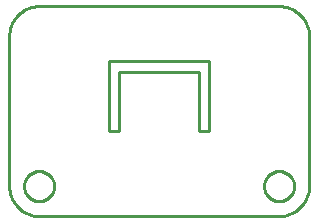
<source format=gbr>
G04 EAGLE Gerber RS-274X export*
G75*
%MOMM*%
%FSLAX34Y34*%
%LPD*%
%IN*%
%IPPOS*%
%AMOC8*
5,1,8,0,0,1.08239X$1,22.5*%
G01*
%ADD10C,0.254000*%


D10*
X0Y25400D02*
X97Y23186D01*
X386Y20989D01*
X865Y18826D01*
X1532Y16713D01*
X2380Y14666D01*
X3403Y12700D01*
X4594Y10831D01*
X5942Y9073D01*
X7440Y7440D01*
X9073Y5942D01*
X10831Y4594D01*
X12700Y3403D01*
X14666Y2380D01*
X16713Y1532D01*
X18826Y865D01*
X20989Y386D01*
X23186Y97D01*
X25400Y0D01*
X228600Y0D01*
X230814Y97D01*
X233011Y386D01*
X235174Y865D01*
X237287Y1532D01*
X239335Y2380D01*
X241300Y3403D01*
X243169Y4594D01*
X244927Y5942D01*
X246561Y7440D01*
X248058Y9073D01*
X249406Y10831D01*
X250597Y12700D01*
X251620Y14666D01*
X252468Y16713D01*
X253135Y18826D01*
X253614Y20989D01*
X253903Y23186D01*
X254000Y25400D01*
X254000Y152400D01*
X253903Y154614D01*
X253614Y156811D01*
X253135Y158974D01*
X252468Y161087D01*
X251620Y163135D01*
X250597Y165100D01*
X249406Y166969D01*
X248058Y168727D01*
X246561Y170361D01*
X244927Y171858D01*
X243169Y173206D01*
X241300Y174397D01*
X239335Y175420D01*
X237287Y176268D01*
X235174Y176935D01*
X233011Y177414D01*
X230814Y177703D01*
X228600Y177800D01*
X25400Y177800D01*
X23186Y177703D01*
X20989Y177414D01*
X18826Y176935D01*
X16713Y176268D01*
X14666Y175420D01*
X12700Y174397D01*
X10831Y173206D01*
X9073Y171858D01*
X7440Y170361D01*
X5942Y168727D01*
X4594Y166969D01*
X3403Y165100D01*
X2380Y163135D01*
X1532Y161087D01*
X865Y158974D01*
X386Y156811D01*
X97Y154614D01*
X0Y152400D01*
X0Y25400D01*
X84455Y71755D02*
X93345Y71755D01*
X93345Y121920D01*
X160655Y121920D01*
X160655Y71755D01*
X169545Y71755D01*
X169545Y131445D01*
X84455Y131445D01*
X84455Y71755D01*
X38100Y24901D02*
X38022Y23906D01*
X37866Y22920D01*
X37633Y21950D01*
X37324Y21001D01*
X36942Y20079D01*
X36489Y19190D01*
X35968Y18339D01*
X35381Y17531D01*
X34733Y16773D01*
X34027Y16067D01*
X33269Y15419D01*
X32461Y14832D01*
X31610Y14311D01*
X30721Y13858D01*
X29799Y13476D01*
X28850Y13167D01*
X27880Y12934D01*
X26894Y12778D01*
X25899Y12700D01*
X24901Y12700D01*
X23906Y12778D01*
X22920Y12934D01*
X21950Y13167D01*
X21001Y13476D01*
X20079Y13858D01*
X19190Y14311D01*
X18339Y14832D01*
X17531Y15419D01*
X16773Y16067D01*
X16067Y16773D01*
X15419Y17531D01*
X14832Y18339D01*
X14311Y19190D01*
X13858Y20079D01*
X13476Y21001D01*
X13167Y21950D01*
X12934Y22920D01*
X12778Y23906D01*
X12700Y24901D01*
X12700Y25899D01*
X12778Y26894D01*
X12934Y27880D01*
X13167Y28850D01*
X13476Y29799D01*
X13858Y30721D01*
X14311Y31610D01*
X14832Y32461D01*
X15419Y33269D01*
X16067Y34027D01*
X16773Y34733D01*
X17531Y35381D01*
X18339Y35968D01*
X19190Y36489D01*
X20079Y36942D01*
X21001Y37324D01*
X21950Y37633D01*
X22920Y37866D01*
X23906Y38022D01*
X24901Y38100D01*
X25899Y38100D01*
X26894Y38022D01*
X27880Y37866D01*
X28850Y37633D01*
X29799Y37324D01*
X30721Y36942D01*
X31610Y36489D01*
X32461Y35968D01*
X33269Y35381D01*
X34027Y34733D01*
X34733Y34027D01*
X35381Y33269D01*
X35968Y32461D01*
X36489Y31610D01*
X36942Y30721D01*
X37324Y29799D01*
X37633Y28850D01*
X37866Y27880D01*
X38022Y26894D01*
X38100Y25899D01*
X38100Y24901D01*
X241300Y24901D02*
X241222Y23906D01*
X241066Y22920D01*
X240833Y21950D01*
X240524Y21001D01*
X240142Y20079D01*
X239689Y19190D01*
X239168Y18339D01*
X238581Y17531D01*
X237933Y16773D01*
X237227Y16067D01*
X236469Y15419D01*
X235661Y14832D01*
X234810Y14311D01*
X233921Y13858D01*
X232999Y13476D01*
X232050Y13167D01*
X231080Y12934D01*
X230094Y12778D01*
X229099Y12700D01*
X228101Y12700D01*
X227106Y12778D01*
X226120Y12934D01*
X225150Y13167D01*
X224201Y13476D01*
X223279Y13858D01*
X222390Y14311D01*
X221539Y14832D01*
X220731Y15419D01*
X219973Y16067D01*
X219267Y16773D01*
X218619Y17531D01*
X218032Y18339D01*
X217511Y19190D01*
X217058Y20079D01*
X216676Y21001D01*
X216367Y21950D01*
X216134Y22920D01*
X215978Y23906D01*
X215900Y24901D01*
X215900Y25899D01*
X215978Y26894D01*
X216134Y27880D01*
X216367Y28850D01*
X216676Y29799D01*
X217058Y30721D01*
X217511Y31610D01*
X218032Y32461D01*
X218619Y33269D01*
X219267Y34027D01*
X219973Y34733D01*
X220731Y35381D01*
X221539Y35968D01*
X222390Y36489D01*
X223279Y36942D01*
X224201Y37324D01*
X225150Y37633D01*
X226120Y37866D01*
X227106Y38022D01*
X228101Y38100D01*
X229099Y38100D01*
X230094Y38022D01*
X231080Y37866D01*
X232050Y37633D01*
X232999Y37324D01*
X233921Y36942D01*
X234810Y36489D01*
X235661Y35968D01*
X236469Y35381D01*
X237227Y34733D01*
X237933Y34027D01*
X238581Y33269D01*
X239168Y32461D01*
X239689Y31610D01*
X240142Y30721D01*
X240524Y29799D01*
X240833Y28850D01*
X241066Y27880D01*
X241222Y26894D01*
X241300Y25899D01*
X241300Y24901D01*
M02*

</source>
